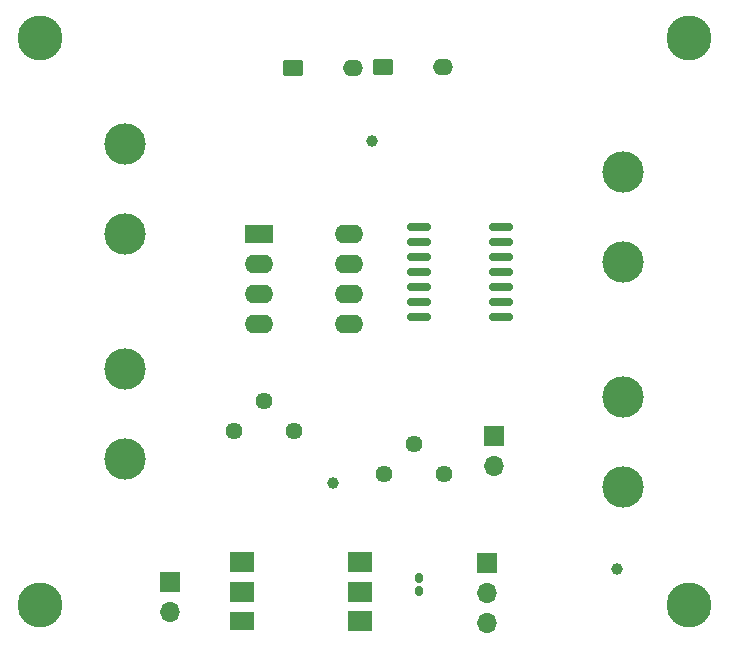
<source format=gbr>
%TF.GenerationSoftware,KiCad,Pcbnew,(6.0.11)*%
%TF.CreationDate,2023-02-15T13:18:50+01:00*%
%TF.ProjectId,FringeLocker,4672696e-6765-44c6-9f63-6b65722e6b69,0.1*%
%TF.SameCoordinates,Original*%
%TF.FileFunction,Soldermask,Top*%
%TF.FilePolarity,Negative*%
%FSLAX46Y46*%
G04 Gerber Fmt 4.6, Leading zero omitted, Abs format (unit mm)*
G04 Created by KiCad (PCBNEW (6.0.11)) date 2023-02-15 13:18:50*
%MOMM*%
%LPD*%
G01*
G04 APERTURE LIST*
G04 Aperture macros list*
%AMRoundRect*
0 Rectangle with rounded corners*
0 $1 Rounding radius*
0 $2 $3 $4 $5 $6 $7 $8 $9 X,Y pos of 4 corners*
0 Add a 4 corners polygon primitive as box body*
4,1,4,$2,$3,$4,$5,$6,$7,$8,$9,$2,$3,0*
0 Add four circle primitives for the rounded corners*
1,1,$1+$1,$2,$3*
1,1,$1+$1,$4,$5*
1,1,$1+$1,$6,$7*
1,1,$1+$1,$8,$9*
0 Add four rect primitives between the rounded corners*
20,1,$1+$1,$2,$3,$4,$5,0*
20,1,$1+$1,$4,$5,$6,$7,0*
20,1,$1+$1,$6,$7,$8,$9,0*
20,1,$1+$1,$8,$9,$2,$3,0*%
G04 Aperture macros list end*
%ADD10C,3.800000*%
%ADD11C,1.000000*%
%ADD12C,1.440000*%
%ADD13R,1.700000X1.700000*%
%ADD14O,1.700000X1.700000*%
%ADD15C,3.500000*%
%ADD16RoundRect,0.160000X0.160000X-0.222500X0.160000X0.222500X-0.160000X0.222500X-0.160000X-0.222500X0*%
%ADD17O,2.400000X1.600000*%
%ADD18R,2.400000X1.600000*%
%ADD19R,2.000000X1.780000*%
%ADD20R,2.000000X1.750000*%
%ADD21R,2.000000X1.620000*%
%ADD22R,2.000000X1.700000*%
%ADD23RoundRect,0.150000X-0.837500X-0.150000X0.837500X-0.150000X0.837500X0.150000X-0.837500X0.150000X0*%
%ADD24RoundRect,0.249200X-0.600800X-0.450800X0.600800X-0.450800X0.600800X0.450800X-0.600800X0.450800X0*%
%ADD25O,1.700000X1.400000*%
G04 APERTURE END LIST*
D10*
%TO.C,REF3*%
X164500000Y-104500000D03*
%TD*%
%TO.C,REF4*%
X109500000Y-104500000D03*
%TD*%
%TO.C,REF2*%
X164500000Y-56500000D03*
%TD*%
%TO.C,REF1*%
X109500000Y-56500000D03*
%TD*%
D11*
%TO.C,TP2*%
X158400000Y-101500000D03*
%TD*%
D12*
%TO.C,RV2*%
X138645000Y-93437500D03*
X141185000Y-90897500D03*
X143725000Y-93437500D03*
%TD*%
D13*
%TO.C,J1*%
X147945000Y-90212500D03*
D14*
X147945000Y-92752500D03*
%TD*%
D15*
%TO.C,BH1*%
X158850000Y-67880000D03*
X158850000Y-75500000D03*
X158850000Y-86880000D03*
X158850000Y-94500000D03*
%TD*%
D13*
%TO.C,J3*%
X147400000Y-100920000D03*
D14*
X147400000Y-103460000D03*
X147400000Y-106000000D03*
%TD*%
D12*
%TO.C,RV1*%
X125920000Y-89762500D03*
X128460000Y-87222500D03*
X131000000Y-89762500D03*
%TD*%
D11*
%TO.C,TP1*%
X134300000Y-94200000D03*
%TD*%
D16*
%TO.C,D3*%
X141600000Y-103345000D03*
X141600000Y-102200000D03*
%TD*%
D17*
%TO.C,SW1*%
X128075000Y-80757500D03*
X128075000Y-78217500D03*
X128075000Y-75677500D03*
D18*
X128075000Y-73137500D03*
D17*
X135695000Y-80757500D03*
X135695000Y-78217500D03*
X135695000Y-75677500D03*
X135695000Y-73137500D03*
%TD*%
D13*
%TO.C,J2*%
X120500000Y-102605000D03*
D14*
X120500000Y-105145000D03*
%TD*%
D11*
%TO.C,TP3*%
X137600000Y-65200000D03*
%TD*%
D19*
%TO.C,SW2*%
X126650000Y-100875000D03*
D20*
X126650000Y-103375000D03*
D21*
X126650000Y-105875000D03*
D22*
X136650000Y-100875000D03*
D19*
X136650000Y-103375000D03*
X136650000Y-105875000D03*
%TD*%
D23*
%TO.C,U1*%
X141632500Y-72527500D03*
X141632500Y-73797500D03*
X141632500Y-75067500D03*
X141632500Y-76337500D03*
X141632500Y-77607500D03*
X141632500Y-78877500D03*
X141632500Y-80147500D03*
X148557500Y-80147500D03*
X148557500Y-78877500D03*
X148557500Y-77607500D03*
X148557500Y-76337500D03*
X148557500Y-75067500D03*
X148557500Y-73797500D03*
X148557500Y-72527500D03*
%TD*%
D15*
%TO.C,BH2*%
X116700000Y-92120000D03*
X116700000Y-84500000D03*
X116700000Y-73120000D03*
X116700000Y-65500000D03*
%TD*%
D24*
%TO.C,D2*%
X138520000Y-59000000D03*
D25*
X143600000Y-59000000D03*
%TD*%
D24*
%TO.C,D1*%
X130970000Y-59050000D03*
D25*
X136050000Y-59050000D03*
%TD*%
M02*

</source>
